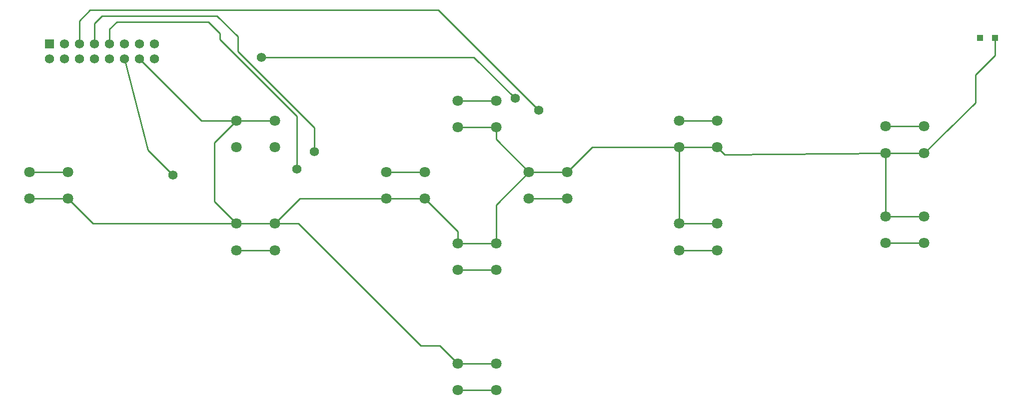
<source format=gtl>
G04 Layer: TopLayer*
G04 EasyEDA v6.5.38, 2023-12-04 19:03:53*
G04 b5bff3c8101f4f8dbc120533c369a027,9f3f2715377c499da2f37e4e16011465,10*
G04 Gerber Generator version 0.2*
G04 Scale: 100 percent, Rotated: No, Reflected: No *
G04 Dimensions in millimeters *
G04 leading zeros omitted , absolute positions ,4 integer and 5 decimal *
%FSLAX45Y45*%
%MOMM*%

%AMMACRO1*21,1,$1,$2,0,0,$3*%
%ADD10C,0.2540*%
%ADD11C,1.5748*%
%ADD12MACRO1,1.5748X1.5748X0.0000*%
%ADD13C,1.8000*%
%ADD14MACRO1,1.0351X1.0325X0.0000*%

%LPD*%
D10*
X5474970Y8975089D02*
G01*
X5100065Y9349994D01*
X5100065Y10349992D01*
X5474970Y10725150D01*
X10599927Y10899902D02*
G01*
X8900159Y12599924D01*
X2999993Y12599924D01*
X2818891Y12419076D01*
X2818891Y12026900D01*
X5474868Y10725022D02*
G01*
X6125108Y10725022D01*
X3834993Y11772976D02*
G01*
X4882946Y10725022D01*
X5474868Y10725022D01*
X6800093Y10199880D02*
G01*
X6800093Y10599930D01*
X5500115Y11899900D01*
X5500115Y12149848D01*
X5149989Y12499975D01*
X3199886Y12499975D01*
X3072993Y12373081D01*
X3072993Y12026976D01*
X6499859Y9899904D02*
G01*
X6499859Y10800079D01*
X5199888Y12100052D01*
X5199888Y12199874D01*
X4999990Y12400026D01*
X3450081Y12400026D01*
X3326891Y12277089D01*
X3326891Y12026900D01*
X3980941Y10219181D02*
G01*
X3580891Y11772900D01*
X4400041Y9800084D02*
G01*
X3980990Y10219128D01*
X13625093Y10274935D02*
G01*
X12974853Y10274935D01*
X16474947Y10174986D02*
G01*
X13750036Y10149839D01*
X13625068Y10274808D01*
X9224860Y6600032D02*
G01*
X8924983Y6899910D01*
X8600186Y6899910D01*
X6525006Y8975089D01*
X6125209Y8975089D01*
X10199984Y11099980D02*
G01*
X9499988Y11799976D01*
X5899988Y11799976D01*
X9224860Y6149944D02*
G01*
X9875100Y6149944D01*
X9224860Y6600032D02*
G01*
X9875100Y6600032D01*
X17125188Y10174986D02*
G01*
X17999963Y11024870D01*
X17999963Y11499850D01*
X18331941Y11832081D01*
X18331941Y12124944D01*
X9224860Y10608434D02*
G01*
X9875100Y10608434D01*
X10433357Y9399938D02*
G01*
X11083597Y9399938D01*
X16474846Y8649939D02*
G01*
X17125086Y8649939D01*
X16474947Y10625074D02*
G01*
X17125188Y10625074D01*
X12974853Y10725022D02*
G01*
X13625093Y10725022D01*
X12974853Y8524938D02*
G01*
X13625093Y8524938D01*
X9224860Y8191439D02*
G01*
X9875100Y8191439D01*
X9224860Y11058522D02*
G01*
X9875100Y11058522D01*
X8016364Y9850023D02*
G01*
X8666606Y9850023D01*
X2625115Y9850023D02*
G01*
X1974875Y9850023D01*
X1974875Y9399935D02*
G01*
X2625115Y9399935D01*
X5474868Y8524938D02*
G01*
X6125108Y8524938D01*
X5474868Y8975026D02*
G01*
X3050024Y8975026D01*
X2625115Y9399935D01*
X6125108Y8975026D02*
G01*
X5474868Y8975026D01*
X8016364Y9399935D02*
G01*
X6550017Y9399935D01*
X6125108Y8975026D01*
X8666606Y9399935D02*
G01*
X8016364Y9399935D01*
X9224860Y8641527D02*
G01*
X9224860Y8841681D01*
X8666606Y9399935D01*
X9224860Y8641527D02*
G01*
X9875100Y8641527D01*
X10433357Y9850023D02*
G01*
X9875100Y9291767D01*
X9875100Y8641527D01*
X9875100Y10608434D02*
G01*
X9875100Y10408279D01*
X10433357Y9850023D01*
X11083597Y9850023D02*
G01*
X10433357Y9850023D01*
X12974853Y10274935D02*
G01*
X11508508Y10274935D01*
X11083597Y9850023D01*
X12974853Y8975026D02*
G01*
X13625093Y8975026D01*
X12974853Y10274935D02*
G01*
X12974853Y8975026D01*
X17125188Y10174986D02*
G01*
X16474947Y10174986D01*
X16474947Y9100058D02*
G01*
X16474947Y10174986D01*
X17125086Y9100027D02*
G01*
X16474846Y9100027D01*
D11*
G01*
X4088993Y11772976D03*
G01*
X4088993Y12026976D03*
G01*
X3834993Y11772976D03*
G01*
X3834993Y12026976D03*
G01*
X3580993Y11772976D03*
G01*
X3580993Y12026976D03*
G01*
X3326993Y11772976D03*
G01*
X3326993Y12026976D03*
G01*
X3072993Y11772976D03*
G01*
X3072993Y12026976D03*
G01*
X2818993Y11772976D03*
G01*
X2818993Y12026976D03*
G01*
X2564993Y11772976D03*
G01*
X2564993Y12026976D03*
G01*
X2310993Y11772976D03*
D12*
G01*
X2310993Y12026976D03*
D13*
G01*
X1974875Y9850023D03*
G01*
X1974875Y9399935D03*
G01*
X2625115Y9850023D03*
G01*
X2625115Y9399935D03*
G01*
X6125108Y10274935D03*
G01*
X6125108Y10725022D03*
G01*
X5474868Y10274935D03*
G01*
X5474868Y10725022D03*
G01*
X6125108Y8524938D03*
G01*
X6125108Y8975026D03*
G01*
X5474868Y8524938D03*
G01*
X5474868Y8975026D03*
G01*
X8016364Y9850023D03*
G01*
X8016364Y9399935D03*
G01*
X8666606Y9850023D03*
G01*
X8666606Y9399935D03*
G01*
X11083597Y9399938D03*
G01*
X11083597Y9850023D03*
G01*
X10433357Y9399938D03*
G01*
X10433357Y9850023D03*
G01*
X9224860Y11058522D03*
G01*
X9224860Y10608434D03*
G01*
X9875100Y11058522D03*
G01*
X9875100Y10608434D03*
D14*
G01*
X18077976Y12124964D03*
G01*
X18331976Y12124964D03*
D13*
G01*
X9875100Y8191439D03*
G01*
X9875100Y8641527D03*
G01*
X9224860Y8191439D03*
G01*
X9224860Y8641527D03*
G01*
X12974853Y10725022D03*
G01*
X12974853Y10274935D03*
G01*
X13625093Y10725022D03*
G01*
X13625093Y10274935D03*
G01*
X13625093Y8524938D03*
G01*
X13625093Y8975026D03*
G01*
X12974853Y8524938D03*
G01*
X12974853Y8975026D03*
G01*
X16474846Y10625020D03*
G01*
X16474846Y10174932D03*
G01*
X17125086Y10625020D03*
G01*
X17125086Y10174932D03*
G01*
X17125086Y8649939D03*
G01*
X17125086Y9100027D03*
G01*
X16474846Y8649939D03*
G01*
X16474846Y9100027D03*
G01*
X9875100Y6149944D03*
G01*
X9875100Y6600032D03*
G01*
X9224860Y6149944D03*
G01*
X9224860Y6600032D03*
D11*
G01*
X4400041Y9800081D03*
G01*
X10599978Y10899978D03*
G01*
X6799986Y10199979D03*
G01*
X6499986Y9899980D03*
G01*
X10199979Y11099977D03*
G01*
X5899988Y11799976D03*
M02*

</source>
